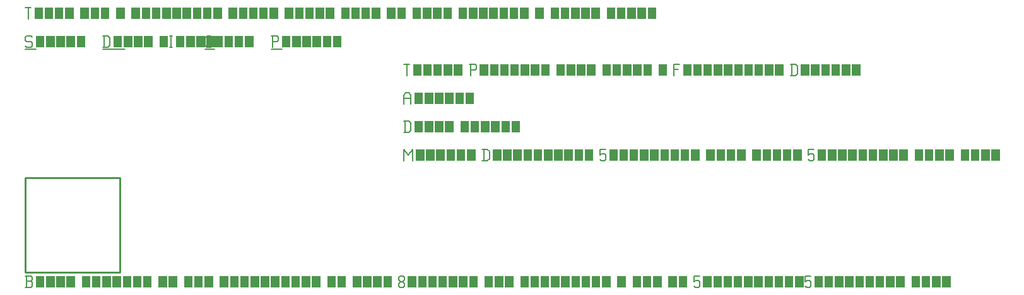
<source format=gbr>
G04 start of page 3 for group -3984 idx -3984 *
G04 Title: Polygons with holes, fab *
G04 Creator: <version>
G04 CreationDate: <date>
G04 For:  *
G04 Format: Gerber/RS-274X *
G04 PCB-Dimensions: 50000 50000 *
G04 PCB-Coordinate-Origin: lower left *
%MOIN*%
%FSLAX25Y25*%
%LNFAB*%
%ADD14C,0.0100*%
%ADD13C,0.0001*%
%ADD12C,0.0060*%
G54D12*X3000Y125000D02*X3750Y124250D01*
X750Y125000D02*X3000D01*
X0Y124250D02*X750Y125000D01*
X0Y124250D02*Y122750D01*
X750Y122000D01*
X3000D01*
X3750Y121250D01*
Y119750D01*
X3000Y119000D02*X3750Y119750D01*
X750Y119000D02*X3000D01*
X0Y119750D02*X750Y119000D01*
G54D13*G36*
X5550Y125000D02*Y119000D01*
X10050D01*
Y125000D01*
X5550D01*
G37*
G36*
X10950D02*Y119000D01*
X15450D01*
Y125000D01*
X10950D01*
G37*
G36*
X16350D02*Y119000D01*
X20850D01*
Y125000D01*
X16350D01*
G37*
G36*
X21750D02*Y119000D01*
X26250D01*
Y125000D01*
X21750D01*
G37*
G36*
X27150D02*Y119000D01*
X31650D01*
Y125000D01*
X27150D01*
G37*
G54D12*X0Y118000D02*X5550D01*
X41750Y125000D02*Y119000D01*
X43700Y125000D02*X44750Y123950D01*
Y120050D01*
X43700Y119000D02*X44750Y120050D01*
X41000Y119000D02*X43700D01*
X41000Y125000D02*X43700D01*
G54D13*G36*
X46550D02*Y119000D01*
X51050D01*
Y125000D01*
X46550D01*
G37*
G36*
X51950D02*Y119000D01*
X56450D01*
Y125000D01*
X51950D01*
G37*
G36*
X57350D02*Y119000D01*
X61850D01*
Y125000D01*
X57350D01*
G37*
G36*
X62750D02*Y119000D01*
X67250D01*
Y125000D01*
X62750D01*
G37*
G36*
X70850D02*Y119000D01*
X75350D01*
Y125000D01*
X70850D01*
G37*
G54D12*X76250D02*X77750D01*
X77000D02*Y119000D01*
X76250D02*X77750D01*
G54D13*G36*
X79550Y125000D02*Y119000D01*
X84050D01*
Y125000D01*
X79550D01*
G37*
G36*
X84950D02*Y119000D01*
X89450D01*
Y125000D01*
X84950D01*
G37*
G36*
X90350D02*Y119000D01*
X94850D01*
Y125000D01*
X90350D01*
G37*
G36*
X95750D02*Y119000D01*
X100250D01*
Y125000D01*
X95750D01*
G37*
G54D12*X41000Y118000D02*X52550D01*
X96050Y119000D02*X98000D01*
X95000Y120050D02*X96050Y119000D01*
X95000Y123950D02*Y120050D01*
Y123950D02*X96050Y125000D01*
X98000D01*
G54D13*G36*
X99800D02*Y119000D01*
X104300D01*
Y125000D01*
X99800D01*
G37*
G36*
X105200D02*Y119000D01*
X109700D01*
Y125000D01*
X105200D01*
G37*
G36*
X110600D02*Y119000D01*
X115100D01*
Y125000D01*
X110600D01*
G37*
G36*
X116000D02*Y119000D01*
X120500D01*
Y125000D01*
X116000D01*
G37*
G54D12*X95000Y118000D02*X99800D01*
X130750Y125000D02*Y119000D01*
X130000Y125000D02*X133000D01*
X133750Y124250D01*
Y122750D01*
X133000Y122000D02*X133750Y122750D01*
X130750Y122000D02*X133000D01*
G54D13*G36*
X135550Y125000D02*Y119000D01*
X140050D01*
Y125000D01*
X135550D01*
G37*
G36*
X140950D02*Y119000D01*
X145450D01*
Y125000D01*
X140950D01*
G37*
G36*
X146350D02*Y119000D01*
X150850D01*
Y125000D01*
X146350D01*
G37*
G36*
X151750D02*Y119000D01*
X156250D01*
Y125000D01*
X151750D01*
G37*
G36*
X157150D02*Y119000D01*
X161650D01*
Y125000D01*
X157150D01*
G37*
G36*
X162550D02*Y119000D01*
X167050D01*
Y125000D01*
X162550D01*
G37*
G54D12*X130000Y118000D02*X135550D01*
X0Y140000D02*X3000D01*
X1500D02*Y134000D01*
G54D13*G36*
X4800Y140000D02*Y134000D01*
X9300D01*
Y140000D01*
X4800D01*
G37*
G36*
X10200D02*Y134000D01*
X14700D01*
Y140000D01*
X10200D01*
G37*
G36*
X15600D02*Y134000D01*
X20100D01*
Y140000D01*
X15600D01*
G37*
G36*
X21000D02*Y134000D01*
X25500D01*
Y140000D01*
X21000D01*
G37*
G36*
X29100D02*Y134000D01*
X33600D01*
Y140000D01*
X29100D01*
G37*
G36*
X34500D02*Y134000D01*
X39000D01*
Y140000D01*
X34500D01*
G37*
G36*
X39900D02*Y134000D01*
X44400D01*
Y140000D01*
X39900D01*
G37*
G36*
X48000D02*Y134000D01*
X52500D01*
Y140000D01*
X48000D01*
G37*
G36*
X56100D02*Y134000D01*
X60600D01*
Y140000D01*
X56100D01*
G37*
G36*
X61500D02*Y134000D01*
X66000D01*
Y140000D01*
X61500D01*
G37*
G36*
X66900D02*Y134000D01*
X71400D01*
Y140000D01*
X66900D01*
G37*
G36*
X72300D02*Y134000D01*
X76800D01*
Y140000D01*
X72300D01*
G37*
G36*
X77700D02*Y134000D01*
X82200D01*
Y140000D01*
X77700D01*
G37*
G36*
X83100D02*Y134000D01*
X87600D01*
Y140000D01*
X83100D01*
G37*
G36*
X88500D02*Y134000D01*
X93000D01*
Y140000D01*
X88500D01*
G37*
G36*
X93900D02*Y134000D01*
X98400D01*
Y140000D01*
X93900D01*
G37*
G36*
X99300D02*Y134000D01*
X103800D01*
Y140000D01*
X99300D01*
G37*
G36*
X107400D02*Y134000D01*
X111900D01*
Y140000D01*
X107400D01*
G37*
G36*
X112800D02*Y134000D01*
X117300D01*
Y140000D01*
X112800D01*
G37*
G36*
X118200D02*Y134000D01*
X122700D01*
Y140000D01*
X118200D01*
G37*
G36*
X123600D02*Y134000D01*
X128100D01*
Y140000D01*
X123600D01*
G37*
G36*
X129000D02*Y134000D01*
X133500D01*
Y140000D01*
X129000D01*
G37*
G36*
X137100D02*Y134000D01*
X141600D01*
Y140000D01*
X137100D01*
G37*
G36*
X142500D02*Y134000D01*
X147000D01*
Y140000D01*
X142500D01*
G37*
G36*
X147900D02*Y134000D01*
X152400D01*
Y140000D01*
X147900D01*
G37*
G36*
X153300D02*Y134000D01*
X157800D01*
Y140000D01*
X153300D01*
G37*
G36*
X158700D02*Y134000D01*
X163200D01*
Y140000D01*
X158700D01*
G37*
G36*
X166800D02*Y134000D01*
X171300D01*
Y140000D01*
X166800D01*
G37*
G36*
X172200D02*Y134000D01*
X176700D01*
Y140000D01*
X172200D01*
G37*
G36*
X177600D02*Y134000D01*
X182100D01*
Y140000D01*
X177600D01*
G37*
G36*
X183000D02*Y134000D01*
X187500D01*
Y140000D01*
X183000D01*
G37*
G36*
X191100D02*Y134000D01*
X195600D01*
Y140000D01*
X191100D01*
G37*
G36*
X196500D02*Y134000D01*
X201000D01*
Y140000D01*
X196500D01*
G37*
G36*
X204600D02*Y134000D01*
X209100D01*
Y140000D01*
X204600D01*
G37*
G36*
X210000D02*Y134000D01*
X214500D01*
Y140000D01*
X210000D01*
G37*
G36*
X215400D02*Y134000D01*
X219900D01*
Y140000D01*
X215400D01*
G37*
G36*
X220800D02*Y134000D01*
X225300D01*
Y140000D01*
X220800D01*
G37*
G36*
X228900D02*Y134000D01*
X233400D01*
Y140000D01*
X228900D01*
G37*
G36*
X234300D02*Y134000D01*
X238800D01*
Y140000D01*
X234300D01*
G37*
G36*
X239700D02*Y134000D01*
X244200D01*
Y140000D01*
X239700D01*
G37*
G36*
X245100D02*Y134000D01*
X249600D01*
Y140000D01*
X245100D01*
G37*
G36*
X250500D02*Y134000D01*
X255000D01*
Y140000D01*
X250500D01*
G37*
G36*
X255900D02*Y134000D01*
X260400D01*
Y140000D01*
X255900D01*
G37*
G36*
X261300D02*Y134000D01*
X265800D01*
Y140000D01*
X261300D01*
G37*
G36*
X269400D02*Y134000D01*
X273900D01*
Y140000D01*
X269400D01*
G37*
G36*
X277500D02*Y134000D01*
X282000D01*
Y140000D01*
X277500D01*
G37*
G36*
X282900D02*Y134000D01*
X287400D01*
Y140000D01*
X282900D01*
G37*
G36*
X288300D02*Y134000D01*
X292800D01*
Y140000D01*
X288300D01*
G37*
G36*
X293700D02*Y134000D01*
X298200D01*
Y140000D01*
X293700D01*
G37*
G36*
X299100D02*Y134000D01*
X303600D01*
Y140000D01*
X299100D01*
G37*
G36*
X307200D02*Y134000D01*
X311700D01*
Y140000D01*
X307200D01*
G37*
G36*
X312600D02*Y134000D01*
X317100D01*
Y140000D01*
X312600D01*
G37*
G36*
X318000D02*Y134000D01*
X322500D01*
Y140000D01*
X318000D01*
G37*
G36*
X323400D02*Y134000D01*
X327900D01*
Y140000D01*
X323400D01*
G37*
G36*
X328800D02*Y134000D01*
X333300D01*
Y140000D01*
X328800D01*
G37*
G54D14*X0Y50000D02*X50000D01*
X0D02*Y0D01*
X50000Y50000D02*Y0D01*
X0D02*X50000D01*
G54D12*X200000Y65000D02*Y59000D01*
Y65000D02*X202250Y62000D01*
X204500Y65000D01*
Y59000D01*
G54D13*G36*
X206300Y65000D02*Y59000D01*
X210800D01*
Y65000D01*
X206300D01*
G37*
G36*
X211700D02*Y59000D01*
X216200D01*
Y65000D01*
X211700D01*
G37*
G36*
X217100D02*Y59000D01*
X221600D01*
Y65000D01*
X217100D01*
G37*
G36*
X222500D02*Y59000D01*
X227000D01*
Y65000D01*
X222500D01*
G37*
G36*
X227900D02*Y59000D01*
X232400D01*
Y65000D01*
X227900D01*
G37*
G36*
X233300D02*Y59000D01*
X237800D01*
Y65000D01*
X233300D01*
G37*
G54D12*X242150D02*Y59000D01*
X244100Y65000D02*X245150Y63950D01*
Y60050D01*
X244100Y59000D02*X245150Y60050D01*
X241400Y59000D02*X244100D01*
X241400Y65000D02*X244100D01*
G54D13*G36*
X246950D02*Y59000D01*
X251450D01*
Y65000D01*
X246950D01*
G37*
G36*
X252350D02*Y59000D01*
X256850D01*
Y65000D01*
X252350D01*
G37*
G36*
X257750D02*Y59000D01*
X262250D01*
Y65000D01*
X257750D01*
G37*
G36*
X263150D02*Y59000D01*
X267650D01*
Y65000D01*
X263150D01*
G37*
G36*
X268550D02*Y59000D01*
X273050D01*
Y65000D01*
X268550D01*
G37*
G36*
X273950D02*Y59000D01*
X278450D01*
Y65000D01*
X273950D01*
G37*
G36*
X279350D02*Y59000D01*
X283850D01*
Y65000D01*
X279350D01*
G37*
G36*
X284750D02*Y59000D01*
X289250D01*
Y65000D01*
X284750D01*
G37*
G36*
X290150D02*Y59000D01*
X294650D01*
Y65000D01*
X290150D01*
G37*
G36*
X295550D02*Y59000D01*
X300050D01*
Y65000D01*
X295550D01*
G37*
G54D12*X303650D02*X306650D01*
X303650D02*Y62000D01*
X304400Y62750D01*
X305900D01*
X306650Y62000D01*
Y59750D01*
X305900Y59000D02*X306650Y59750D01*
X304400Y59000D02*X305900D01*
X303650Y59750D02*X304400Y59000D01*
G54D13*G36*
X308450Y65000D02*Y59000D01*
X312950D01*
Y65000D01*
X308450D01*
G37*
G36*
X313850D02*Y59000D01*
X318350D01*
Y65000D01*
X313850D01*
G37*
G36*
X319250D02*Y59000D01*
X323750D01*
Y65000D01*
X319250D01*
G37*
G36*
X324650D02*Y59000D01*
X329150D01*
Y65000D01*
X324650D01*
G37*
G36*
X330050D02*Y59000D01*
X334550D01*
Y65000D01*
X330050D01*
G37*
G36*
X335450D02*Y59000D01*
X339950D01*
Y65000D01*
X335450D01*
G37*
G36*
X340850D02*Y59000D01*
X345350D01*
Y65000D01*
X340850D01*
G37*
G36*
X346250D02*Y59000D01*
X350750D01*
Y65000D01*
X346250D01*
G37*
G36*
X351650D02*Y59000D01*
X356150D01*
Y65000D01*
X351650D01*
G37*
G36*
X359750D02*Y59000D01*
X364250D01*
Y65000D01*
X359750D01*
G37*
G36*
X365150D02*Y59000D01*
X369650D01*
Y65000D01*
X365150D01*
G37*
G36*
X370550D02*Y59000D01*
X375050D01*
Y65000D01*
X370550D01*
G37*
G36*
X375950D02*Y59000D01*
X380450D01*
Y65000D01*
X375950D01*
G37*
G36*
X384050D02*Y59000D01*
X388550D01*
Y65000D01*
X384050D01*
G37*
G36*
X389450D02*Y59000D01*
X393950D01*
Y65000D01*
X389450D01*
G37*
G36*
X394850D02*Y59000D01*
X399350D01*
Y65000D01*
X394850D01*
G37*
G36*
X400250D02*Y59000D01*
X404750D01*
Y65000D01*
X400250D01*
G37*
G36*
X405650D02*Y59000D01*
X410150D01*
Y65000D01*
X405650D01*
G37*
G54D12*X413750D02*X416750D01*
X413750D02*Y62000D01*
X414500Y62750D01*
X416000D01*
X416750Y62000D01*
Y59750D01*
X416000Y59000D02*X416750Y59750D01*
X414500Y59000D02*X416000D01*
X413750Y59750D02*X414500Y59000D01*
G54D13*G36*
X418550Y65000D02*Y59000D01*
X423050D01*
Y65000D01*
X418550D01*
G37*
G36*
X423950D02*Y59000D01*
X428450D01*
Y65000D01*
X423950D01*
G37*
G36*
X429350D02*Y59000D01*
X433850D01*
Y65000D01*
X429350D01*
G37*
G36*
X434750D02*Y59000D01*
X439250D01*
Y65000D01*
X434750D01*
G37*
G36*
X440150D02*Y59000D01*
X444650D01*
Y65000D01*
X440150D01*
G37*
G36*
X445550D02*Y59000D01*
X450050D01*
Y65000D01*
X445550D01*
G37*
G36*
X450950D02*Y59000D01*
X455450D01*
Y65000D01*
X450950D01*
G37*
G36*
X456350D02*Y59000D01*
X460850D01*
Y65000D01*
X456350D01*
G37*
G36*
X461750D02*Y59000D01*
X466250D01*
Y65000D01*
X461750D01*
G37*
G36*
X469850D02*Y59000D01*
X474350D01*
Y65000D01*
X469850D01*
G37*
G36*
X475250D02*Y59000D01*
X479750D01*
Y65000D01*
X475250D01*
G37*
G36*
X480650D02*Y59000D01*
X485150D01*
Y65000D01*
X480650D01*
G37*
G36*
X486050D02*Y59000D01*
X490550D01*
Y65000D01*
X486050D01*
G37*
G36*
X494150D02*Y59000D01*
X498650D01*
Y65000D01*
X494150D01*
G37*
G36*
X499550D02*Y59000D01*
X504050D01*
Y65000D01*
X499550D01*
G37*
G36*
X504950D02*Y59000D01*
X509450D01*
Y65000D01*
X504950D01*
G37*
G36*
X510350D02*Y59000D01*
X514850D01*
Y65000D01*
X510350D01*
G37*
G54D12*X0Y-8000D02*X3000D01*
X3750Y-7250D01*
Y-5450D02*Y-7250D01*
X3000Y-4700D02*X3750Y-5450D01*
X750Y-4700D02*X3000D01*
X750Y-2000D02*Y-8000D01*
X0Y-2000D02*X3000D01*
X3750Y-2750D01*
Y-3950D01*
X3000Y-4700D02*X3750Y-3950D01*
G54D13*G36*
X5550Y-2000D02*Y-8000D01*
X10050D01*
Y-2000D01*
X5550D01*
G37*
G36*
X10950D02*Y-8000D01*
X15450D01*
Y-2000D01*
X10950D01*
G37*
G36*
X16350D02*Y-8000D01*
X20850D01*
Y-2000D01*
X16350D01*
G37*
G36*
X21750D02*Y-8000D01*
X26250D01*
Y-2000D01*
X21750D01*
G37*
G36*
X29850D02*Y-8000D01*
X34350D01*
Y-2000D01*
X29850D01*
G37*
G36*
X35250D02*Y-8000D01*
X39750D01*
Y-2000D01*
X35250D01*
G37*
G36*
X40650D02*Y-8000D01*
X45150D01*
Y-2000D01*
X40650D01*
G37*
G36*
X46050D02*Y-8000D01*
X50550D01*
Y-2000D01*
X46050D01*
G37*
G36*
X51450D02*Y-8000D01*
X55950D01*
Y-2000D01*
X51450D01*
G37*
G36*
X56850D02*Y-8000D01*
X61350D01*
Y-2000D01*
X56850D01*
G37*
G36*
X62250D02*Y-8000D01*
X66750D01*
Y-2000D01*
X62250D01*
G37*
G36*
X70350D02*Y-8000D01*
X74850D01*
Y-2000D01*
X70350D01*
G37*
G36*
X75750D02*Y-8000D01*
X80250D01*
Y-2000D01*
X75750D01*
G37*
G36*
X83850D02*Y-8000D01*
X88350D01*
Y-2000D01*
X83850D01*
G37*
G36*
X89250D02*Y-8000D01*
X93750D01*
Y-2000D01*
X89250D01*
G37*
G36*
X94650D02*Y-8000D01*
X99150D01*
Y-2000D01*
X94650D01*
G37*
G36*
X102750D02*Y-8000D01*
X107250D01*
Y-2000D01*
X102750D01*
G37*
G36*
X108150D02*Y-8000D01*
X112650D01*
Y-2000D01*
X108150D01*
G37*
G36*
X113550D02*Y-8000D01*
X118050D01*
Y-2000D01*
X113550D01*
G37*
G36*
X118950D02*Y-8000D01*
X123450D01*
Y-2000D01*
X118950D01*
G37*
G36*
X124350D02*Y-8000D01*
X128850D01*
Y-2000D01*
X124350D01*
G37*
G36*
X129750D02*Y-8000D01*
X134250D01*
Y-2000D01*
X129750D01*
G37*
G36*
X135150D02*Y-8000D01*
X139650D01*
Y-2000D01*
X135150D01*
G37*
G36*
X140550D02*Y-8000D01*
X145050D01*
Y-2000D01*
X140550D01*
G37*
G36*
X145950D02*Y-8000D01*
X150450D01*
Y-2000D01*
X145950D01*
G37*
G36*
X151350D02*Y-8000D01*
X155850D01*
Y-2000D01*
X151350D01*
G37*
G36*
X159450D02*Y-8000D01*
X163950D01*
Y-2000D01*
X159450D01*
G37*
G36*
X164850D02*Y-8000D01*
X169350D01*
Y-2000D01*
X164850D01*
G37*
G36*
X172950D02*Y-8000D01*
X177450D01*
Y-2000D01*
X172950D01*
G37*
G36*
X178350D02*Y-8000D01*
X182850D01*
Y-2000D01*
X178350D01*
G37*
G36*
X183750D02*Y-8000D01*
X188250D01*
Y-2000D01*
X183750D01*
G37*
G36*
X189150D02*Y-8000D01*
X193650D01*
Y-2000D01*
X189150D01*
G37*
G54D12*X197250Y-7250D02*X198000Y-8000D01*
X197250Y-6050D02*Y-7250D01*
Y-6050D02*X198300Y-5000D01*
X199200D01*
X200250Y-6050D01*
Y-7250D01*
X199500Y-8000D02*X200250Y-7250D01*
X198000Y-8000D02*X199500D01*
X197250Y-3950D02*X198300Y-5000D01*
X197250Y-2750D02*Y-3950D01*
Y-2750D02*X198000Y-2000D01*
X199500D01*
X200250Y-2750D01*
Y-3950D01*
X199200Y-5000D02*X200250Y-3950D01*
G54D13*G36*
X202050Y-2000D02*Y-8000D01*
X206550D01*
Y-2000D01*
X202050D01*
G37*
G36*
X207450D02*Y-8000D01*
X211950D01*
Y-2000D01*
X207450D01*
G37*
G36*
X212850D02*Y-8000D01*
X217350D01*
Y-2000D01*
X212850D01*
G37*
G36*
X218250D02*Y-8000D01*
X222750D01*
Y-2000D01*
X218250D01*
G37*
G36*
X223650D02*Y-8000D01*
X228150D01*
Y-2000D01*
X223650D01*
G37*
G36*
X229050D02*Y-8000D01*
X233550D01*
Y-2000D01*
X229050D01*
G37*
G36*
X234450D02*Y-8000D01*
X238950D01*
Y-2000D01*
X234450D01*
G37*
G36*
X242550D02*Y-8000D01*
X247050D01*
Y-2000D01*
X242550D01*
G37*
G36*
X247950D02*Y-8000D01*
X252450D01*
Y-2000D01*
X247950D01*
G37*
G36*
X253350D02*Y-8000D01*
X257850D01*
Y-2000D01*
X253350D01*
G37*
G36*
X261450D02*Y-8000D01*
X265950D01*
Y-2000D01*
X261450D01*
G37*
G36*
X266850D02*Y-8000D01*
X271350D01*
Y-2000D01*
X266850D01*
G37*
G36*
X272250D02*Y-8000D01*
X276750D01*
Y-2000D01*
X272250D01*
G37*
G36*
X277650D02*Y-8000D01*
X282150D01*
Y-2000D01*
X277650D01*
G37*
G36*
X283050D02*Y-8000D01*
X287550D01*
Y-2000D01*
X283050D01*
G37*
G36*
X288450D02*Y-8000D01*
X292950D01*
Y-2000D01*
X288450D01*
G37*
G36*
X293850D02*Y-8000D01*
X298350D01*
Y-2000D01*
X293850D01*
G37*
G36*
X299250D02*Y-8000D01*
X303750D01*
Y-2000D01*
X299250D01*
G37*
G36*
X304650D02*Y-8000D01*
X309150D01*
Y-2000D01*
X304650D01*
G37*
G36*
X312750D02*Y-8000D01*
X317250D01*
Y-2000D01*
X312750D01*
G37*
G36*
X320850D02*Y-8000D01*
X325350D01*
Y-2000D01*
X320850D01*
G37*
G36*
X326250D02*Y-8000D01*
X330750D01*
Y-2000D01*
X326250D01*
G37*
G36*
X331650D02*Y-8000D01*
X336150D01*
Y-2000D01*
X331650D01*
G37*
G36*
X339750D02*Y-8000D01*
X344250D01*
Y-2000D01*
X339750D01*
G37*
G36*
X345150D02*Y-8000D01*
X349650D01*
Y-2000D01*
X345150D01*
G37*
G54D12*X353250D02*X356250D01*
X353250D02*Y-5000D01*
X354000Y-4250D01*
X355500D01*
X356250Y-5000D01*
Y-7250D01*
X355500Y-8000D02*X356250Y-7250D01*
X354000Y-8000D02*X355500D01*
X353250Y-7250D02*X354000Y-8000D01*
G54D13*G36*
X358050Y-2000D02*Y-8000D01*
X362550D01*
Y-2000D01*
X358050D01*
G37*
G36*
X363450D02*Y-8000D01*
X367950D01*
Y-2000D01*
X363450D01*
G37*
G36*
X368850D02*Y-8000D01*
X373350D01*
Y-2000D01*
X368850D01*
G37*
G36*
X374250D02*Y-8000D01*
X378750D01*
Y-2000D01*
X374250D01*
G37*
G36*
X379650D02*Y-8000D01*
X384150D01*
Y-2000D01*
X379650D01*
G37*
G36*
X385050D02*Y-8000D01*
X389550D01*
Y-2000D01*
X385050D01*
G37*
G36*
X390450D02*Y-8000D01*
X394950D01*
Y-2000D01*
X390450D01*
G37*
G36*
X395850D02*Y-8000D01*
X400350D01*
Y-2000D01*
X395850D01*
G37*
G36*
X401250D02*Y-8000D01*
X405750D01*
Y-2000D01*
X401250D01*
G37*
G36*
X406650D02*Y-8000D01*
X411150D01*
Y-2000D01*
X406650D01*
G37*
G54D12*X412050D02*X415050D01*
X412050D02*Y-5000D01*
X412800Y-4250D01*
X414300D01*
X415050Y-5000D01*
Y-7250D01*
X414300Y-8000D02*X415050Y-7250D01*
X412800Y-8000D02*X414300D01*
X412050Y-7250D02*X412800Y-8000D01*
G54D13*G36*
X416850Y-2000D02*Y-8000D01*
X421350D01*
Y-2000D01*
X416850D01*
G37*
G36*
X422250D02*Y-8000D01*
X426750D01*
Y-2000D01*
X422250D01*
G37*
G36*
X427650D02*Y-8000D01*
X432150D01*
Y-2000D01*
X427650D01*
G37*
G36*
X433050D02*Y-8000D01*
X437550D01*
Y-2000D01*
X433050D01*
G37*
G36*
X438450D02*Y-8000D01*
X442950D01*
Y-2000D01*
X438450D01*
G37*
G36*
X443850D02*Y-8000D01*
X448350D01*
Y-2000D01*
X443850D01*
G37*
G36*
X449250D02*Y-8000D01*
X453750D01*
Y-2000D01*
X449250D01*
G37*
G36*
X454650D02*Y-8000D01*
X459150D01*
Y-2000D01*
X454650D01*
G37*
G36*
X460050D02*Y-8000D01*
X464550D01*
Y-2000D01*
X460050D01*
G37*
G36*
X468150D02*Y-8000D01*
X472650D01*
Y-2000D01*
X468150D01*
G37*
G36*
X473550D02*Y-8000D01*
X478050D01*
Y-2000D01*
X473550D01*
G37*
G36*
X478950D02*Y-8000D01*
X483450D01*
Y-2000D01*
X478950D01*
G37*
G36*
X484350D02*Y-8000D01*
X488850D01*
Y-2000D01*
X484350D01*
G37*
G54D12*X200750Y80000D02*Y74000D01*
X202700Y80000D02*X203750Y78950D01*
Y75050D01*
X202700Y74000D02*X203750Y75050D01*
X200000Y74000D02*X202700D01*
X200000Y80000D02*X202700D01*
G54D13*G36*
X205550D02*Y74000D01*
X210050D01*
Y80000D01*
X205550D01*
G37*
G36*
X210950D02*Y74000D01*
X215450D01*
Y80000D01*
X210950D01*
G37*
G36*
X216350D02*Y74000D01*
X220850D01*
Y80000D01*
X216350D01*
G37*
G36*
X221750D02*Y74000D01*
X226250D01*
Y80000D01*
X221750D01*
G37*
G36*
X229850D02*Y74000D01*
X234350D01*
Y80000D01*
X229850D01*
G37*
G36*
X235250D02*Y74000D01*
X239750D01*
Y80000D01*
X235250D01*
G37*
G36*
X240650D02*Y74000D01*
X245150D01*
Y80000D01*
X240650D01*
G37*
G36*
X246050D02*Y74000D01*
X250550D01*
Y80000D01*
X246050D01*
G37*
G36*
X251450D02*Y74000D01*
X255950D01*
Y80000D01*
X251450D01*
G37*
G36*
X256850D02*Y74000D01*
X261350D01*
Y80000D01*
X256850D01*
G37*
G54D12*X200000Y93500D02*Y89000D01*
Y93500D02*X201050Y95000D01*
X202700D01*
X203750Y93500D01*
Y89000D01*
X200000Y92000D02*X203750D01*
G54D13*G36*
X205550Y95000D02*Y89000D01*
X210050D01*
Y95000D01*
X205550D01*
G37*
G36*
X210950D02*Y89000D01*
X215450D01*
Y95000D01*
X210950D01*
G37*
G36*
X216350D02*Y89000D01*
X220850D01*
Y95000D01*
X216350D01*
G37*
G36*
X221750D02*Y89000D01*
X226250D01*
Y95000D01*
X221750D01*
G37*
G36*
X227150D02*Y89000D01*
X231650D01*
Y95000D01*
X227150D01*
G37*
G36*
X232550D02*Y89000D01*
X237050D01*
Y95000D01*
X232550D01*
G37*
G54D12*X200000Y110000D02*X203000D01*
X201500D02*Y104000D01*
G54D13*G36*
X204800Y110000D02*Y104000D01*
X209300D01*
Y110000D01*
X204800D01*
G37*
G36*
X210200D02*Y104000D01*
X214700D01*
Y110000D01*
X210200D01*
G37*
G36*
X215600D02*Y104000D01*
X220100D01*
Y110000D01*
X215600D01*
G37*
G36*
X221000D02*Y104000D01*
X225500D01*
Y110000D01*
X221000D01*
G37*
G36*
X226400D02*Y104000D01*
X230900D01*
Y110000D01*
X226400D01*
G37*
G54D12*X235250D02*Y104000D01*
X234500Y110000D02*X237500D01*
X238250Y109250D01*
Y107750D01*
X237500Y107000D02*X238250Y107750D01*
X235250Y107000D02*X237500D01*
G54D13*G36*
X240050Y110000D02*Y104000D01*
X244550D01*
Y110000D01*
X240050D01*
G37*
G36*
X245450D02*Y104000D01*
X249950D01*
Y110000D01*
X245450D01*
G37*
G36*
X250850D02*Y104000D01*
X255350D01*
Y110000D01*
X250850D01*
G37*
G36*
X256250D02*Y104000D01*
X260750D01*
Y110000D01*
X256250D01*
G37*
G36*
X261650D02*Y104000D01*
X266150D01*
Y110000D01*
X261650D01*
G37*
G36*
X267050D02*Y104000D01*
X271550D01*
Y110000D01*
X267050D01*
G37*
G36*
X272450D02*Y104000D01*
X276950D01*
Y110000D01*
X272450D01*
G37*
G36*
X280550D02*Y104000D01*
X285050D01*
Y110000D01*
X280550D01*
G37*
G36*
X285950D02*Y104000D01*
X290450D01*
Y110000D01*
X285950D01*
G37*
G36*
X291350D02*Y104000D01*
X295850D01*
Y110000D01*
X291350D01*
G37*
G36*
X296750D02*Y104000D01*
X301250D01*
Y110000D01*
X296750D01*
G37*
G36*
X304850D02*Y104000D01*
X309350D01*
Y110000D01*
X304850D01*
G37*
G36*
X310250D02*Y104000D01*
X314750D01*
Y110000D01*
X310250D01*
G37*
G36*
X315650D02*Y104000D01*
X320150D01*
Y110000D01*
X315650D01*
G37*
G36*
X321050D02*Y104000D01*
X325550D01*
Y110000D01*
X321050D01*
G37*
G36*
X326450D02*Y104000D01*
X330950D01*
Y110000D01*
X326450D01*
G37*
G36*
X334550D02*Y104000D01*
X339050D01*
Y110000D01*
X334550D01*
G37*
G54D12*X342650D02*Y104000D01*
Y110000D02*X345650D01*
X342650Y107300D02*X344900D01*
G54D13*G36*
X347450Y110000D02*Y104000D01*
X351950D01*
Y110000D01*
X347450D01*
G37*
G36*
X352850D02*Y104000D01*
X357350D01*
Y110000D01*
X352850D01*
G37*
G36*
X358250D02*Y104000D01*
X362750D01*
Y110000D01*
X358250D01*
G37*
G36*
X363650D02*Y104000D01*
X368150D01*
Y110000D01*
X363650D01*
G37*
G36*
X369050D02*Y104000D01*
X373550D01*
Y110000D01*
X369050D01*
G37*
G36*
X374450D02*Y104000D01*
X378950D01*
Y110000D01*
X374450D01*
G37*
G36*
X379850D02*Y104000D01*
X384350D01*
Y110000D01*
X379850D01*
G37*
G36*
X385250D02*Y104000D01*
X389750D01*
Y110000D01*
X385250D01*
G37*
G36*
X390650D02*Y104000D01*
X395150D01*
Y110000D01*
X390650D01*
G37*
G36*
X396050D02*Y104000D01*
X400550D01*
Y110000D01*
X396050D01*
G37*
G54D12*X404900D02*Y104000D01*
X406850Y110000D02*X407900Y108950D01*
Y105050D01*
X406850Y104000D02*X407900Y105050D01*
X404150Y104000D02*X406850D01*
X404150Y110000D02*X406850D01*
G54D13*G36*
X409700D02*Y104000D01*
X414200D01*
Y110000D01*
X409700D01*
G37*
G36*
X415100D02*Y104000D01*
X419600D01*
Y110000D01*
X415100D01*
G37*
G36*
X420500D02*Y104000D01*
X425000D01*
Y110000D01*
X420500D01*
G37*
G36*
X425900D02*Y104000D01*
X430400D01*
Y110000D01*
X425900D01*
G37*
G36*
X431300D02*Y104000D01*
X435800D01*
Y110000D01*
X431300D01*
G37*
G36*
X436700D02*Y104000D01*
X441200D01*
Y110000D01*
X436700D01*
G37*
M02*

</source>
